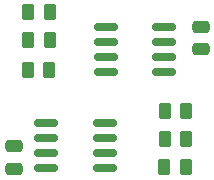
<source format=gbr>
%TF.GenerationSoftware,KiCad,Pcbnew,8.0.3*%
%TF.CreationDate,2024-06-22T22:44:29-05:00*%
%TF.ProjectId,RS485_breakout,52533438-355f-4627-9265-616b6f75742e,rev?*%
%TF.SameCoordinates,Original*%
%TF.FileFunction,Paste,Top*%
%TF.FilePolarity,Positive*%
%FSLAX46Y46*%
G04 Gerber Fmt 4.6, Leading zero omitted, Abs format (unit mm)*
G04 Created by KiCad (PCBNEW 8.0.3) date 2024-06-22 22:44:29*
%MOMM*%
%LPD*%
G01*
G04 APERTURE LIST*
G04 Aperture macros list*
%AMRoundRect*
0 Rectangle with rounded corners*
0 $1 Rounding radius*
0 $2 $3 $4 $5 $6 $7 $8 $9 X,Y pos of 4 corners*
0 Add a 4 corners polygon primitive as box body*
4,1,4,$2,$3,$4,$5,$6,$7,$8,$9,$2,$3,0*
0 Add four circle primitives for the rounded corners*
1,1,$1+$1,$2,$3*
1,1,$1+$1,$4,$5*
1,1,$1+$1,$6,$7*
1,1,$1+$1,$8,$9*
0 Add four rect primitives between the rounded corners*
20,1,$1+$1,$2,$3,$4,$5,0*
20,1,$1+$1,$4,$5,$6,$7,0*
20,1,$1+$1,$6,$7,$8,$9,0*
20,1,$1+$1,$8,$9,$2,$3,0*%
G04 Aperture macros list end*
%ADD10RoundRect,0.250000X-0.262500X-0.450000X0.262500X-0.450000X0.262500X0.450000X-0.262500X0.450000X0*%
%ADD11RoundRect,0.150000X-0.825000X-0.150000X0.825000X-0.150000X0.825000X0.150000X-0.825000X0.150000X0*%
%ADD12RoundRect,0.150000X0.825000X0.150000X-0.825000X0.150000X-0.825000X-0.150000X0.825000X-0.150000X0*%
%ADD13RoundRect,0.250000X-0.475000X0.250000X-0.475000X-0.250000X0.475000X-0.250000X0.475000X0.250000X0*%
%ADD14RoundRect,0.250000X0.475000X-0.250000X0.475000X0.250000X-0.475000X0.250000X-0.475000X-0.250000X0*%
%ADD15RoundRect,0.250000X0.262500X0.450000X-0.262500X0.450000X-0.262500X-0.450000X0.262500X-0.450000X0*%
G04 APERTURE END LIST*
D10*
%TO.C,R1*%
X134287500Y-77400000D03*
X136112500Y-77400000D03*
%TD*%
D11*
%TO.C,U2*%
X140825000Y-78695000D03*
X140825000Y-79965000D03*
X140825000Y-81235000D03*
X140825000Y-82505000D03*
X145775000Y-82505000D03*
X145775000Y-81235000D03*
X145775000Y-79965000D03*
X145775000Y-78695000D03*
%TD*%
D12*
%TO.C,U1*%
X140775000Y-90605000D03*
X140775000Y-89335000D03*
X140775000Y-88065000D03*
X140775000Y-86795000D03*
X135825000Y-86795000D03*
X135825000Y-88065000D03*
X135825000Y-89335000D03*
X135825000Y-90605000D03*
%TD*%
D13*
%TO.C,C2*%
X148900000Y-78650000D03*
X148900000Y-80550000D03*
%TD*%
D10*
%TO.C,R2*%
X134287500Y-79800000D03*
X136112500Y-79800000D03*
%TD*%
D14*
%TO.C,C1*%
X133050000Y-90650000D03*
X133050000Y-88750000D03*
%TD*%
D15*
%TO.C,R5*%
X147650000Y-88150000D03*
X145825000Y-88150000D03*
%TD*%
%TO.C,R4*%
X147600000Y-90550000D03*
X145775000Y-90550000D03*
%TD*%
%TO.C,R6*%
X147650000Y-85750000D03*
X145825000Y-85750000D03*
%TD*%
D10*
%TO.C,R3*%
X134237500Y-82300000D03*
X136062500Y-82300000D03*
%TD*%
M02*

</source>
